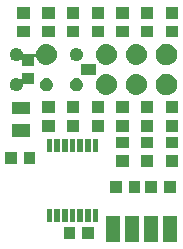
<source format=gts>
%TF.GenerationSoftware,KiCad,Pcbnew,(5.1.2-1)-1*%
%TF.CreationDate,2020-12-17T20:50:41+01:00*%
%TF.ProjectId,snes_rgb_bypass_amp,736e6573-5f72-4676-925f-627970617373,3.2*%
%TF.SameCoordinates,Original*%
%TF.FileFunction,Soldermask,Top*%
%TF.FilePolarity,Negative*%
%FSLAX46Y46*%
G04 Gerber Fmt 4.6, Leading zero omitted, Abs format (unit mm)*
G04 Created by KiCad (PCBNEW (5.1.2-1)-1) date 2020-12-17 20:50:41*
%MOMM*%
%LPD*%
G04 APERTURE LIST*
%ADD10C,0.150000*%
G04 APERTURE END LIST*
D10*
G36*
X155690800Y-115105800D02*
G01*
X154539200Y-115105800D01*
X154539200Y-112904200D01*
X155690800Y-112904200D01*
X155690800Y-115105800D01*
X155690800Y-115105800D01*
G37*
G36*
X154090800Y-115105800D02*
G01*
X152939200Y-115105800D01*
X152939200Y-112904200D01*
X154090800Y-112904200D01*
X154090800Y-115105800D01*
X154090800Y-115105800D01*
G37*
G36*
X152490800Y-115105800D02*
G01*
X151339200Y-115105800D01*
X151339200Y-112904200D01*
X152490800Y-112904200D01*
X152490800Y-115105800D01*
X152490800Y-115105800D01*
G37*
G36*
X150890800Y-115105800D02*
G01*
X149739200Y-115105800D01*
X149739200Y-112904200D01*
X150890800Y-112904200D01*
X150890800Y-115105800D01*
X150890800Y-115105800D01*
G37*
G36*
X147103100Y-114868500D02*
G01*
X146126500Y-114868500D01*
X146126500Y-113816900D01*
X147103100Y-113816900D01*
X147103100Y-114868500D01*
X147103100Y-114868500D01*
G37*
G36*
X148678100Y-114868500D02*
G01*
X147701500Y-114868500D01*
X147701500Y-113816900D01*
X148678100Y-113816900D01*
X148678100Y-114868500D01*
X148678100Y-114868500D01*
G37*
G36*
X145185800Y-113365800D02*
G01*
X144684200Y-113365800D01*
X144684200Y-112264200D01*
X145185800Y-112264200D01*
X145185800Y-113365800D01*
X145185800Y-113365800D01*
G37*
G36*
X147785800Y-113365800D02*
G01*
X147284200Y-113365800D01*
X147284200Y-112264200D01*
X147785800Y-112264200D01*
X147785800Y-113365800D01*
X147785800Y-113365800D01*
G37*
G36*
X147135800Y-113365800D02*
G01*
X146634200Y-113365800D01*
X146634200Y-112264200D01*
X147135800Y-112264200D01*
X147135800Y-113365800D01*
X147135800Y-113365800D01*
G37*
G36*
X145835800Y-113365800D02*
G01*
X145334200Y-113365800D01*
X145334200Y-112264200D01*
X145835800Y-112264200D01*
X145835800Y-113365800D01*
X145835800Y-113365800D01*
G37*
G36*
X146485800Y-113365800D02*
G01*
X145984200Y-113365800D01*
X145984200Y-112264200D01*
X146485800Y-112264200D01*
X146485800Y-113365800D01*
X146485800Y-113365800D01*
G37*
G36*
X148435800Y-113365800D02*
G01*
X147934200Y-113365800D01*
X147934200Y-112264200D01*
X148435800Y-112264200D01*
X148435800Y-113365800D01*
X148435800Y-113365800D01*
G37*
G36*
X149085800Y-113365800D02*
G01*
X148584200Y-113365800D01*
X148584200Y-112264200D01*
X149085800Y-112264200D01*
X149085800Y-113365800D01*
X149085800Y-113365800D01*
G37*
G36*
X155616000Y-110958100D02*
G01*
X154639400Y-110958100D01*
X154639400Y-109906500D01*
X155616000Y-109906500D01*
X155616000Y-110958100D01*
X155616000Y-110958100D01*
G37*
G36*
X154041000Y-110958100D02*
G01*
X153064400Y-110958100D01*
X153064400Y-109906500D01*
X154041000Y-109906500D01*
X154041000Y-110958100D01*
X154041000Y-110958100D01*
G37*
G36*
X152616000Y-110958100D02*
G01*
X151639400Y-110958100D01*
X151639400Y-109906500D01*
X152616000Y-109906500D01*
X152616000Y-110958100D01*
X152616000Y-110958100D01*
G37*
G36*
X151041000Y-110958100D02*
G01*
X150064400Y-110958100D01*
X150064400Y-109906500D01*
X151041000Y-109906500D01*
X151041000Y-110958100D01*
X151041000Y-110958100D01*
G37*
G36*
X151638100Y-108738100D02*
G01*
X150586500Y-108738100D01*
X150586500Y-107761500D01*
X151638100Y-107761500D01*
X151638100Y-108738100D01*
X151638100Y-108738100D01*
G37*
G36*
X153728100Y-108738100D02*
G01*
X152676500Y-108738100D01*
X152676500Y-107761500D01*
X153728100Y-107761500D01*
X153728100Y-108738100D01*
X153728100Y-108738100D01*
G37*
G36*
X155818100Y-108738100D02*
G01*
X154766500Y-108738100D01*
X154766500Y-107761500D01*
X155818100Y-107761500D01*
X155818100Y-108738100D01*
X155818100Y-108738100D01*
G37*
G36*
X142168500Y-108508100D02*
G01*
X141191900Y-108508100D01*
X141191900Y-107456500D01*
X142168500Y-107456500D01*
X142168500Y-108508100D01*
X142168500Y-108508100D01*
G37*
G36*
X143743500Y-108508100D02*
G01*
X142766900Y-108508100D01*
X142766900Y-107456500D01*
X143743500Y-107456500D01*
X143743500Y-108508100D01*
X143743500Y-108508100D01*
G37*
G36*
X146485800Y-107465800D02*
G01*
X145984200Y-107465800D01*
X145984200Y-106364200D01*
X146485800Y-106364200D01*
X146485800Y-107465800D01*
X146485800Y-107465800D01*
G37*
G36*
X145835800Y-107465800D02*
G01*
X145334200Y-107465800D01*
X145334200Y-106364200D01*
X145835800Y-106364200D01*
X145835800Y-107465800D01*
X145835800Y-107465800D01*
G37*
G36*
X148435800Y-107465800D02*
G01*
X147934200Y-107465800D01*
X147934200Y-106364200D01*
X148435800Y-106364200D01*
X148435800Y-107465800D01*
X148435800Y-107465800D01*
G37*
G36*
X149085800Y-107465800D02*
G01*
X148584200Y-107465800D01*
X148584200Y-106364200D01*
X149085800Y-106364200D01*
X149085800Y-107465800D01*
X149085800Y-107465800D01*
G37*
G36*
X147785800Y-107465800D02*
G01*
X147284200Y-107465800D01*
X147284200Y-106364200D01*
X147785800Y-106364200D01*
X147785800Y-107465800D01*
X147785800Y-107465800D01*
G37*
G36*
X145185800Y-107465800D02*
G01*
X144684200Y-107465800D01*
X144684200Y-106364200D01*
X145185800Y-106364200D01*
X145185800Y-107465800D01*
X145185800Y-107465800D01*
G37*
G36*
X147135800Y-107465800D02*
G01*
X146634200Y-107465800D01*
X146634200Y-106364200D01*
X147135800Y-106364200D01*
X147135800Y-107465800D01*
X147135800Y-107465800D01*
G37*
G36*
X151638100Y-107163100D02*
G01*
X150586500Y-107163100D01*
X150586500Y-106186500D01*
X151638100Y-106186500D01*
X151638100Y-107163100D01*
X151638100Y-107163100D01*
G37*
G36*
X153728100Y-107163100D02*
G01*
X152676500Y-107163100D01*
X152676500Y-106186500D01*
X153728100Y-106186500D01*
X153728100Y-107163100D01*
X153728100Y-107163100D01*
G37*
G36*
X155818100Y-107163100D02*
G01*
X154766500Y-107163100D01*
X154766500Y-106186500D01*
X155818100Y-106186500D01*
X155818100Y-107163100D01*
X155818100Y-107163100D01*
G37*
G36*
X143291800Y-106158300D02*
G01*
X141790200Y-106158300D01*
X141790200Y-105081700D01*
X143291800Y-105081700D01*
X143291800Y-106158300D01*
X143291800Y-106158300D01*
G37*
G36*
X145368100Y-105745600D02*
G01*
X144316500Y-105745600D01*
X144316500Y-104769000D01*
X145368100Y-104769000D01*
X145368100Y-105745600D01*
X145368100Y-105745600D01*
G37*
G36*
X147458100Y-105745600D02*
G01*
X146406500Y-105745600D01*
X146406500Y-104769000D01*
X147458100Y-104769000D01*
X147458100Y-105745600D01*
X147458100Y-105745600D01*
G37*
G36*
X149548100Y-105745600D02*
G01*
X148496500Y-105745600D01*
X148496500Y-104769000D01*
X149548100Y-104769000D01*
X149548100Y-105745600D01*
X149548100Y-105745600D01*
G37*
G36*
X151638100Y-105745600D02*
G01*
X150586500Y-105745600D01*
X150586500Y-104769000D01*
X151638100Y-104769000D01*
X151638100Y-105745600D01*
X151638100Y-105745600D01*
G37*
G36*
X153728100Y-105745600D02*
G01*
X152676500Y-105745600D01*
X152676500Y-104769000D01*
X153728100Y-104769000D01*
X153728100Y-105745600D01*
X153728100Y-105745600D01*
G37*
G36*
X155818100Y-105745600D02*
G01*
X154766500Y-105745600D01*
X154766500Y-104769000D01*
X155818100Y-104769000D01*
X155818100Y-105745600D01*
X155818100Y-105745600D01*
G37*
G36*
X143291800Y-104283300D02*
G01*
X141790200Y-104283300D01*
X141790200Y-103206700D01*
X143291800Y-103206700D01*
X143291800Y-104283300D01*
X143291800Y-104283300D01*
G37*
G36*
X149548100Y-104170600D02*
G01*
X148496500Y-104170600D01*
X148496500Y-103194000D01*
X149548100Y-103194000D01*
X149548100Y-104170600D01*
X149548100Y-104170600D01*
G37*
G36*
X151638100Y-104170600D02*
G01*
X150586500Y-104170600D01*
X150586500Y-103194000D01*
X151638100Y-103194000D01*
X151638100Y-104170600D01*
X151638100Y-104170600D01*
G37*
G36*
X145368100Y-104170600D02*
G01*
X144316500Y-104170600D01*
X144316500Y-103194000D01*
X145368100Y-103194000D01*
X145368100Y-104170600D01*
X145368100Y-104170600D01*
G37*
G36*
X153728100Y-104170600D02*
G01*
X152676500Y-104170600D01*
X152676500Y-103194000D01*
X153728100Y-103194000D01*
X153728100Y-104170600D01*
X153728100Y-104170600D01*
G37*
G36*
X155818100Y-104170600D02*
G01*
X154766500Y-104170600D01*
X154766500Y-103194000D01*
X155818100Y-103194000D01*
X155818100Y-104170600D01*
X155818100Y-104170600D01*
G37*
G36*
X147458100Y-104170600D02*
G01*
X146406500Y-104170600D01*
X146406500Y-103194000D01*
X147458100Y-103194000D01*
X147458100Y-104170600D01*
X147458100Y-104170600D01*
G37*
G36*
X149931588Y-100867234D02*
G01*
X150101389Y-100918743D01*
X150101391Y-100918744D01*
X150257881Y-101002390D01*
X150395044Y-101114956D01*
X150507610Y-101252119D01*
X150547723Y-101327165D01*
X150591257Y-101408611D01*
X150642766Y-101578412D01*
X150660158Y-101755000D01*
X150642766Y-101931588D01*
X150603058Y-102062486D01*
X150591256Y-102101391D01*
X150507610Y-102257881D01*
X150395044Y-102395044D01*
X150257881Y-102507610D01*
X150257879Y-102507611D01*
X150101389Y-102591257D01*
X149931588Y-102642766D01*
X149799249Y-102655800D01*
X149710751Y-102655800D01*
X149578412Y-102642766D01*
X149408611Y-102591257D01*
X149252121Y-102507611D01*
X149252119Y-102507610D01*
X149114956Y-102395044D01*
X149002390Y-102257881D01*
X148918744Y-102101391D01*
X148906942Y-102062486D01*
X148867234Y-101931588D01*
X148849842Y-101755000D01*
X148867234Y-101578412D01*
X148918743Y-101408611D01*
X148962277Y-101327165D01*
X149002390Y-101252119D01*
X149114956Y-101114956D01*
X149252119Y-101002390D01*
X149408609Y-100918744D01*
X149408611Y-100918743D01*
X149578412Y-100867234D01*
X149710751Y-100854200D01*
X149799249Y-100854200D01*
X149931588Y-100867234D01*
X149931588Y-100867234D01*
G37*
G36*
X152471588Y-100867234D02*
G01*
X152641389Y-100918743D01*
X152641391Y-100918744D01*
X152797881Y-101002390D01*
X152935044Y-101114956D01*
X153047610Y-101252119D01*
X153087723Y-101327165D01*
X153131257Y-101408611D01*
X153182766Y-101578412D01*
X153200158Y-101755000D01*
X153182766Y-101931588D01*
X153143058Y-102062486D01*
X153131256Y-102101391D01*
X153047610Y-102257881D01*
X152935044Y-102395044D01*
X152797881Y-102507610D01*
X152797879Y-102507611D01*
X152641389Y-102591257D01*
X152471588Y-102642766D01*
X152339249Y-102655800D01*
X152250751Y-102655800D01*
X152118412Y-102642766D01*
X151948611Y-102591257D01*
X151792121Y-102507611D01*
X151792119Y-102507610D01*
X151654956Y-102395044D01*
X151542390Y-102257881D01*
X151458744Y-102101391D01*
X151446942Y-102062486D01*
X151407234Y-101931588D01*
X151389842Y-101755000D01*
X151407234Y-101578412D01*
X151458743Y-101408611D01*
X151502277Y-101327165D01*
X151542390Y-101252119D01*
X151654956Y-101114956D01*
X151792119Y-101002390D01*
X151948609Y-100918744D01*
X151948611Y-100918743D01*
X152118412Y-100867234D01*
X152250751Y-100854200D01*
X152339249Y-100854200D01*
X152471588Y-100867234D01*
X152471588Y-100867234D01*
G37*
G36*
X154967229Y-100862854D02*
G01*
X155097757Y-100888817D01*
X155261690Y-100956721D01*
X155409222Y-101055299D01*
X155409224Y-101055301D01*
X155409227Y-101055303D01*
X155534697Y-101180773D01*
X155534699Y-101180776D01*
X155534701Y-101180778D01*
X155633279Y-101328310D01*
X155701183Y-101492243D01*
X155718323Y-101578416D01*
X155735800Y-101666279D01*
X155735800Y-101843721D01*
X155731970Y-101862976D01*
X155701183Y-102017757D01*
X155633279Y-102181690D01*
X155534701Y-102329222D01*
X155534699Y-102329224D01*
X155534697Y-102329227D01*
X155409227Y-102454697D01*
X155409224Y-102454699D01*
X155409222Y-102454701D01*
X155261690Y-102553279D01*
X155097757Y-102621183D01*
X154989248Y-102642766D01*
X154923721Y-102655800D01*
X154746279Y-102655800D01*
X154680752Y-102642766D01*
X154572243Y-102621183D01*
X154408310Y-102553279D01*
X154260778Y-102454701D01*
X154260776Y-102454699D01*
X154260773Y-102454697D01*
X154135303Y-102329227D01*
X154135301Y-102329224D01*
X154135299Y-102329222D01*
X154036721Y-102181690D01*
X153968817Y-102017757D01*
X153938030Y-101862976D01*
X153934200Y-101843721D01*
X153934200Y-101666279D01*
X153951677Y-101578416D01*
X153968817Y-101492243D01*
X154036721Y-101328310D01*
X154135299Y-101180778D01*
X154135301Y-101180776D01*
X154135303Y-101180773D01*
X154260773Y-101055303D01*
X154260776Y-101055301D01*
X154260778Y-101055299D01*
X154408310Y-100956721D01*
X154572243Y-100888817D01*
X154702771Y-100862854D01*
X154746279Y-100854200D01*
X154923721Y-100854200D01*
X154967229Y-100862854D01*
X154967229Y-100862854D01*
G37*
G36*
X147262287Y-101206192D02*
G01*
X147322976Y-101212170D01*
X147426802Y-101243665D01*
X147522489Y-101294811D01*
X147606359Y-101363641D01*
X147675189Y-101447511D01*
X147726335Y-101543198D01*
X147757830Y-101647024D01*
X147768465Y-101755000D01*
X147757830Y-101862976D01*
X147726335Y-101966802D01*
X147675189Y-102062489D01*
X147606359Y-102146359D01*
X147522489Y-102215189D01*
X147426802Y-102266335D01*
X147322976Y-102297830D01*
X147262287Y-102303808D01*
X147242058Y-102305800D01*
X147187942Y-102305800D01*
X147167713Y-102303807D01*
X147107024Y-102297830D01*
X147003198Y-102266335D01*
X146907511Y-102215189D01*
X146823641Y-102146359D01*
X146754811Y-102062489D01*
X146703665Y-101966802D01*
X146672170Y-101862976D01*
X146661535Y-101755000D01*
X146672170Y-101647024D01*
X146703665Y-101543198D01*
X146754811Y-101447511D01*
X146823641Y-101363641D01*
X146907511Y-101294811D01*
X147003198Y-101243665D01*
X147107024Y-101212170D01*
X147167713Y-101206193D01*
X147187942Y-101204200D01*
X147242058Y-101204200D01*
X147262287Y-101206192D01*
X147262287Y-101206192D01*
G37*
G36*
X144722287Y-101206192D02*
G01*
X144782976Y-101212170D01*
X144886802Y-101243665D01*
X144982489Y-101294811D01*
X145066359Y-101363641D01*
X145135189Y-101447511D01*
X145186335Y-101543198D01*
X145217830Y-101647024D01*
X145228465Y-101755000D01*
X145217830Y-101862976D01*
X145186335Y-101966802D01*
X145135189Y-102062489D01*
X145066359Y-102146359D01*
X144982489Y-102215189D01*
X144886802Y-102266335D01*
X144782976Y-102297830D01*
X144722287Y-102303808D01*
X144702058Y-102305800D01*
X144647942Y-102305800D01*
X144627713Y-102303807D01*
X144567024Y-102297830D01*
X144463198Y-102266335D01*
X144367511Y-102215189D01*
X144283641Y-102146359D01*
X144214811Y-102062489D01*
X144163665Y-101966802D01*
X144132170Y-101862976D01*
X144121535Y-101755000D01*
X144132170Y-101647024D01*
X144163665Y-101543198D01*
X144214811Y-101447511D01*
X144283641Y-101363641D01*
X144367511Y-101294811D01*
X144463198Y-101243665D01*
X144567024Y-101212170D01*
X144627713Y-101206193D01*
X144647942Y-101204200D01*
X144702058Y-101204200D01*
X144722287Y-101206192D01*
X144722287Y-101206192D01*
G37*
G36*
X143665800Y-101748300D02*
G01*
X142749299Y-101748300D01*
X142736911Y-101749520D01*
X142724999Y-101753134D01*
X142714021Y-101759002D01*
X142704398Y-101766898D01*
X142696502Y-101776521D01*
X142690634Y-101787499D01*
X142687020Y-101799411D01*
X142686298Y-101806747D01*
X142664633Y-101915664D01*
X142643451Y-101966802D01*
X142623113Y-102015902D01*
X142562834Y-102106114D01*
X142486114Y-102182834D01*
X142395902Y-102243113D01*
X142373193Y-102252519D01*
X142295664Y-102284633D01*
X142229317Y-102297830D01*
X142189249Y-102305800D01*
X142080751Y-102305800D01*
X142040683Y-102297830D01*
X141974336Y-102284633D01*
X141896807Y-102252519D01*
X141874098Y-102243113D01*
X141783886Y-102182834D01*
X141707166Y-102106114D01*
X141646887Y-102015902D01*
X141626549Y-101966802D01*
X141605367Y-101915664D01*
X141584200Y-101809248D01*
X141584200Y-101700752D01*
X141605367Y-101594336D01*
X141646886Y-101494101D01*
X141646887Y-101494098D01*
X141707166Y-101403886D01*
X141783886Y-101327166D01*
X141803083Y-101314339D01*
X141832308Y-101294811D01*
X141874098Y-101266887D01*
X141909747Y-101252121D01*
X141974336Y-101225367D01*
X142045280Y-101211256D01*
X142080751Y-101204200D01*
X142189249Y-101204200D01*
X142224720Y-101211256D01*
X142295664Y-101225367D01*
X142360253Y-101252121D01*
X142395902Y-101266887D01*
X142437692Y-101294811D01*
X142486113Y-101327165D01*
X142505800Y-101346852D01*
X142515423Y-101354748D01*
X142526401Y-101360616D01*
X142538313Y-101364230D01*
X142550701Y-101365450D01*
X142563089Y-101364230D01*
X142575001Y-101360616D01*
X142585979Y-101354748D01*
X142595602Y-101346852D01*
X142603498Y-101337229D01*
X142609366Y-101326251D01*
X142612980Y-101314339D01*
X142614200Y-101301951D01*
X142614200Y-100771700D01*
X143665800Y-100771700D01*
X143665800Y-101748300D01*
X143665800Y-101748300D01*
G37*
G36*
X148875800Y-100913300D02*
G01*
X147624200Y-100913300D01*
X147624200Y-100061700D01*
X148875800Y-100061700D01*
X148875800Y-100913300D01*
X148875800Y-100913300D01*
G37*
G36*
X144851588Y-98327234D02*
G01*
X145021389Y-98378743D01*
X145021391Y-98378744D01*
X145177881Y-98462390D01*
X145315044Y-98574956D01*
X145427610Y-98712119D01*
X145427611Y-98712121D01*
X145511257Y-98868611D01*
X145562766Y-99038412D01*
X145580158Y-99215000D01*
X145562766Y-99391588D01*
X145511257Y-99561389D01*
X145511256Y-99561391D01*
X145427610Y-99717881D01*
X145315044Y-99855044D01*
X145177881Y-99967610D01*
X145177879Y-99967611D01*
X145021389Y-100051257D01*
X144851588Y-100102766D01*
X144719249Y-100115800D01*
X144630751Y-100115800D01*
X144498412Y-100102766D01*
X144328611Y-100051257D01*
X144172121Y-99967611D01*
X144172119Y-99967610D01*
X144034956Y-99855044D01*
X143922390Y-99717881D01*
X143838744Y-99561391D01*
X143838743Y-99561389D01*
X143790060Y-99400905D01*
X143785300Y-99389414D01*
X143778384Y-99379064D01*
X143769582Y-99370262D01*
X143759232Y-99363346D01*
X143747732Y-99358582D01*
X143735523Y-99356154D01*
X143723075Y-99356154D01*
X143710866Y-99358582D01*
X143699366Y-99363346D01*
X143689016Y-99370262D01*
X143680214Y-99379064D01*
X143673298Y-99389414D01*
X143668534Y-99400914D01*
X143665800Y-99419347D01*
X143665800Y-100173300D01*
X142614200Y-100173300D01*
X142614200Y-99668049D01*
X142612980Y-99655661D01*
X142609366Y-99643749D01*
X142603498Y-99632771D01*
X142595602Y-99623148D01*
X142585979Y-99615252D01*
X142575001Y-99609384D01*
X142563089Y-99605770D01*
X142550701Y-99604550D01*
X142538313Y-99605770D01*
X142526401Y-99609384D01*
X142515423Y-99615252D01*
X142505800Y-99623148D01*
X142486113Y-99642835D01*
X142463714Y-99657801D01*
X142395902Y-99703113D01*
X142373193Y-99712519D01*
X142295664Y-99744633D01*
X142224720Y-99758744D01*
X142189249Y-99765800D01*
X142080751Y-99765800D01*
X142045280Y-99758744D01*
X141974336Y-99744633D01*
X141896807Y-99712519D01*
X141874098Y-99703113D01*
X141806286Y-99657802D01*
X141783887Y-99642835D01*
X141707165Y-99566113D01*
X141692199Y-99543714D01*
X141646887Y-99475902D01*
X141637481Y-99453193D01*
X141605367Y-99375664D01*
X141584200Y-99269248D01*
X141584200Y-99160752D01*
X141584847Y-99157501D01*
X141605367Y-99054338D01*
X141605367Y-99054336D01*
X141646886Y-98954101D01*
X141646887Y-98954098D01*
X141707166Y-98863886D01*
X141783886Y-98787166D01*
X141874098Y-98726887D01*
X141909747Y-98712121D01*
X141974336Y-98685367D01*
X142045280Y-98671256D01*
X142080751Y-98664200D01*
X142189249Y-98664200D01*
X142224720Y-98671256D01*
X142295664Y-98685367D01*
X142360253Y-98712121D01*
X142395902Y-98726887D01*
X142486114Y-98787166D01*
X142562834Y-98863886D01*
X142623113Y-98954098D01*
X142623114Y-98954101D01*
X142664633Y-99054336D01*
X142682784Y-99145589D01*
X142686398Y-99157501D01*
X142692265Y-99168479D01*
X142700162Y-99178102D01*
X142709785Y-99185998D01*
X142720763Y-99191866D01*
X142732675Y-99195480D01*
X142745063Y-99196700D01*
X143714092Y-99196700D01*
X143726480Y-99195480D01*
X143738392Y-99191866D01*
X143749370Y-99185998D01*
X143758993Y-99178102D01*
X143766889Y-99168479D01*
X143772757Y-99157501D01*
X143777285Y-99139425D01*
X143781718Y-99094415D01*
X143787234Y-99038412D01*
X143838743Y-98868611D01*
X143922389Y-98712121D01*
X143922390Y-98712119D01*
X144034956Y-98574956D01*
X144172119Y-98462390D01*
X144328609Y-98378744D01*
X144328611Y-98378743D01*
X144498412Y-98327234D01*
X144630751Y-98314200D01*
X144719249Y-98314200D01*
X144851588Y-98327234D01*
X144851588Y-98327234D01*
G37*
G36*
X149931588Y-98327234D02*
G01*
X150101389Y-98378743D01*
X150101391Y-98378744D01*
X150257881Y-98462390D01*
X150395044Y-98574956D01*
X150507610Y-98712119D01*
X150507611Y-98712121D01*
X150591257Y-98868611D01*
X150642766Y-99038412D01*
X150660158Y-99215000D01*
X150642766Y-99391588D01*
X150591257Y-99561389D01*
X150591256Y-99561391D01*
X150507610Y-99717881D01*
X150395044Y-99855044D01*
X150257881Y-99967610D01*
X150257879Y-99967611D01*
X150101389Y-100051257D01*
X149931588Y-100102766D01*
X149799249Y-100115800D01*
X149710751Y-100115800D01*
X149578412Y-100102766D01*
X149408611Y-100051257D01*
X149252121Y-99967611D01*
X149252119Y-99967610D01*
X149114956Y-99855044D01*
X149002390Y-99717881D01*
X148918744Y-99561391D01*
X148918743Y-99561389D01*
X148867234Y-99391588D01*
X148849842Y-99215000D01*
X148867234Y-99038412D01*
X148918743Y-98868611D01*
X149002389Y-98712121D01*
X149002390Y-98712119D01*
X149114956Y-98574956D01*
X149252119Y-98462390D01*
X149408609Y-98378744D01*
X149408611Y-98378743D01*
X149578412Y-98327234D01*
X149710751Y-98314200D01*
X149799249Y-98314200D01*
X149931588Y-98327234D01*
X149931588Y-98327234D01*
G37*
G36*
X152471588Y-98327234D02*
G01*
X152641389Y-98378743D01*
X152641391Y-98378744D01*
X152797881Y-98462390D01*
X152935044Y-98574956D01*
X153047610Y-98712119D01*
X153047611Y-98712121D01*
X153131257Y-98868611D01*
X153182766Y-99038412D01*
X153200158Y-99215000D01*
X153182766Y-99391588D01*
X153131257Y-99561389D01*
X153131256Y-99561391D01*
X153047610Y-99717881D01*
X152935044Y-99855044D01*
X152797881Y-99967610D01*
X152797879Y-99967611D01*
X152641389Y-100051257D01*
X152471588Y-100102766D01*
X152339249Y-100115800D01*
X152250751Y-100115800D01*
X152118412Y-100102766D01*
X151948611Y-100051257D01*
X151792121Y-99967611D01*
X151792119Y-99967610D01*
X151654956Y-99855044D01*
X151542390Y-99717881D01*
X151458744Y-99561391D01*
X151458743Y-99561389D01*
X151407234Y-99391588D01*
X151389842Y-99215000D01*
X151407234Y-99038412D01*
X151458743Y-98868611D01*
X151542389Y-98712121D01*
X151542390Y-98712119D01*
X151654956Y-98574956D01*
X151792119Y-98462390D01*
X151948609Y-98378744D01*
X151948611Y-98378743D01*
X152118412Y-98327234D01*
X152250751Y-98314200D01*
X152339249Y-98314200D01*
X152471588Y-98327234D01*
X152471588Y-98327234D01*
G37*
G36*
X154967229Y-98322854D02*
G01*
X155097757Y-98348817D01*
X155261690Y-98416721D01*
X155409222Y-98515299D01*
X155409224Y-98515301D01*
X155409227Y-98515303D01*
X155534697Y-98640773D01*
X155534699Y-98640776D01*
X155534701Y-98640778D01*
X155633279Y-98788310D01*
X155701183Y-98952243D01*
X155735800Y-99126280D01*
X155735800Y-99303720D01*
X155701183Y-99477757D01*
X155633279Y-99641690D01*
X155534701Y-99789222D01*
X155534699Y-99789224D01*
X155534697Y-99789227D01*
X155409227Y-99914697D01*
X155409224Y-99914699D01*
X155409222Y-99914701D01*
X155261690Y-100013279D01*
X155097757Y-100081183D01*
X154989248Y-100102766D01*
X154923721Y-100115800D01*
X154746279Y-100115800D01*
X154680752Y-100102766D01*
X154572243Y-100081183D01*
X154408310Y-100013279D01*
X154260778Y-99914701D01*
X154260776Y-99914699D01*
X154260773Y-99914697D01*
X154135303Y-99789227D01*
X154135301Y-99789224D01*
X154135299Y-99789222D01*
X154036721Y-99641690D01*
X153968817Y-99477757D01*
X153934200Y-99303720D01*
X153934200Y-99126280D01*
X153968817Y-98952243D01*
X154036721Y-98788310D01*
X154135299Y-98640778D01*
X154135301Y-98640776D01*
X154135303Y-98640773D01*
X154260773Y-98515303D01*
X154260776Y-98515301D01*
X154260778Y-98515299D01*
X154408310Y-98416721D01*
X154572243Y-98348817D01*
X154702771Y-98322854D01*
X154746279Y-98314200D01*
X154923721Y-98314200D01*
X154967229Y-98322854D01*
X154967229Y-98322854D01*
G37*
G36*
X147304720Y-98671256D02*
G01*
X147375664Y-98685367D01*
X147440253Y-98712121D01*
X147475902Y-98726887D01*
X147566114Y-98787166D01*
X147642834Y-98863886D01*
X147703113Y-98954098D01*
X147703114Y-98954101D01*
X147744633Y-99054336D01*
X147744633Y-99054338D01*
X147765154Y-99157501D01*
X147765800Y-99160752D01*
X147765800Y-99269248D01*
X147744633Y-99375664D01*
X147712519Y-99453193D01*
X147703113Y-99475902D01*
X147657801Y-99543714D01*
X147642835Y-99566113D01*
X147566113Y-99642835D01*
X147543714Y-99657801D01*
X147475902Y-99703113D01*
X147453193Y-99712519D01*
X147375664Y-99744633D01*
X147304720Y-99758744D01*
X147269249Y-99765800D01*
X147160751Y-99765800D01*
X147125280Y-99758744D01*
X147054336Y-99744633D01*
X146976807Y-99712519D01*
X146954098Y-99703113D01*
X146886286Y-99657802D01*
X146863887Y-99642835D01*
X146787165Y-99566113D01*
X146772199Y-99543714D01*
X146726887Y-99475902D01*
X146717481Y-99453193D01*
X146685367Y-99375664D01*
X146664200Y-99269248D01*
X146664200Y-99160752D01*
X146664847Y-99157501D01*
X146685367Y-99054338D01*
X146685367Y-99054336D01*
X146726886Y-98954101D01*
X146726887Y-98954098D01*
X146787166Y-98863886D01*
X146863886Y-98787166D01*
X146954098Y-98726887D01*
X146989747Y-98712121D01*
X147054336Y-98685367D01*
X147125280Y-98671256D01*
X147160751Y-98664200D01*
X147269249Y-98664200D01*
X147304720Y-98671256D01*
X147304720Y-98671256D01*
G37*
G36*
X155818100Y-97753100D02*
G01*
X154766500Y-97753100D01*
X154766500Y-96776500D01*
X155818100Y-96776500D01*
X155818100Y-97753100D01*
X155818100Y-97753100D01*
G37*
G36*
X145368100Y-97753100D02*
G01*
X144316500Y-97753100D01*
X144316500Y-96776500D01*
X145368100Y-96776500D01*
X145368100Y-97753100D01*
X145368100Y-97753100D01*
G37*
G36*
X143278100Y-97753100D02*
G01*
X142226500Y-97753100D01*
X142226500Y-96776500D01*
X143278100Y-96776500D01*
X143278100Y-97753100D01*
X143278100Y-97753100D01*
G37*
G36*
X153728100Y-97753100D02*
G01*
X152676500Y-97753100D01*
X152676500Y-96776500D01*
X153728100Y-96776500D01*
X153728100Y-97753100D01*
X153728100Y-97753100D01*
G37*
G36*
X151638100Y-97753100D02*
G01*
X150586500Y-97753100D01*
X150586500Y-96776500D01*
X151638100Y-96776500D01*
X151638100Y-97753100D01*
X151638100Y-97753100D01*
G37*
G36*
X147458100Y-97753100D02*
G01*
X146406500Y-97753100D01*
X146406500Y-96776500D01*
X147458100Y-96776500D01*
X147458100Y-97753100D01*
X147458100Y-97753100D01*
G37*
G36*
X149548100Y-97753100D02*
G01*
X148496500Y-97753100D01*
X148496500Y-96776500D01*
X149548100Y-96776500D01*
X149548100Y-97753100D01*
X149548100Y-97753100D01*
G37*
G36*
X155818100Y-96178100D02*
G01*
X154766500Y-96178100D01*
X154766500Y-95201500D01*
X155818100Y-95201500D01*
X155818100Y-96178100D01*
X155818100Y-96178100D01*
G37*
G36*
X153728100Y-96178100D02*
G01*
X152676500Y-96178100D01*
X152676500Y-95201500D01*
X153728100Y-95201500D01*
X153728100Y-96178100D01*
X153728100Y-96178100D01*
G37*
G36*
X151638100Y-96178100D02*
G01*
X150586500Y-96178100D01*
X150586500Y-95201500D01*
X151638100Y-95201500D01*
X151638100Y-96178100D01*
X151638100Y-96178100D01*
G37*
G36*
X149548100Y-96178100D02*
G01*
X148496500Y-96178100D01*
X148496500Y-95201500D01*
X149548100Y-95201500D01*
X149548100Y-96178100D01*
X149548100Y-96178100D01*
G37*
G36*
X147458100Y-96178100D02*
G01*
X146406500Y-96178100D01*
X146406500Y-95201500D01*
X147458100Y-95201500D01*
X147458100Y-96178100D01*
X147458100Y-96178100D01*
G37*
G36*
X145368100Y-96178100D02*
G01*
X144316500Y-96178100D01*
X144316500Y-95201500D01*
X145368100Y-95201500D01*
X145368100Y-96178100D01*
X145368100Y-96178100D01*
G37*
G36*
X143278100Y-96178100D02*
G01*
X142226500Y-96178100D01*
X142226500Y-95201500D01*
X143278100Y-95201500D01*
X143278100Y-96178100D01*
X143278100Y-96178100D01*
G37*
M02*

</source>
